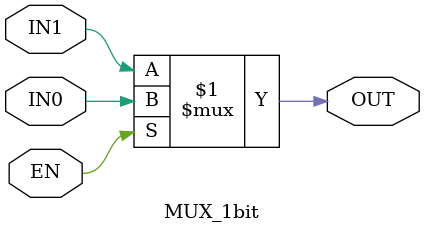
<source format=v>
module MUX_1bit (
	EN,
	IN0,
	IN1,
	OUT
);
	input wire EN;
	input wire IN0;
	input wire IN1;
 	output wire OUT;
	
	assign OUT=EN?IN0:IN1;
endmodule

</source>
